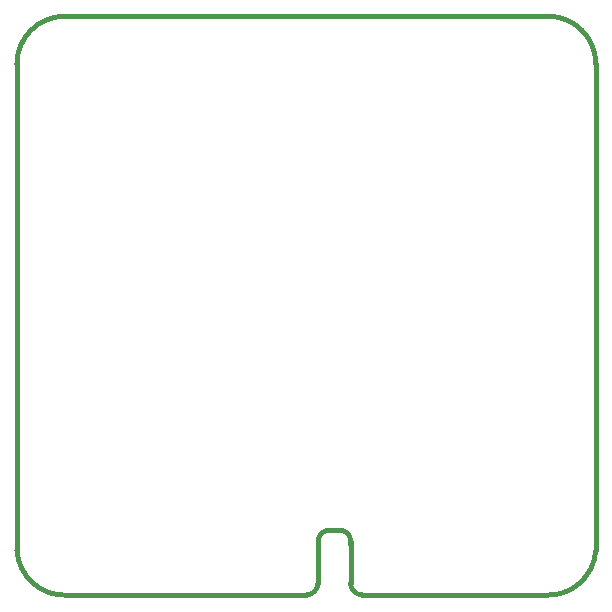
<source format=gbr>
G04 (created by PCBNEW (2013-07-07 BZR 4022)-stable) date 11/23/2014 11:30:57 PM*
%MOIN*%
G04 Gerber Fmt 3.4, Leading zero omitted, Abs format*
%FSLAX34Y34*%
G01*
G70*
G90*
G04 APERTURE LIST*
%ADD10C,0.00590551*%
%ADD11C,0.015*%
G04 APERTURE END LIST*
G54D10*
G54D11*
X32086Y-32874D02*
X32480Y-32874D01*
X32775Y-33365D02*
G75*
G03X32480Y-32873I-393J98D01*
G74*
G01*
X32086Y-32874D02*
G75*
G03X31692Y-33267I0J-393D01*
G74*
G01*
X32775Y-33267D02*
X32775Y-34645D01*
X31692Y-34645D02*
X31692Y-33267D01*
X31299Y-35039D02*
G75*
G03X31692Y-34645I0J393D01*
G74*
G01*
X32775Y-34645D02*
G75*
G03X33169Y-35039I393J0D01*
G74*
G01*
X39271Y-35039D02*
X33169Y-35039D01*
X23326Y-35039D02*
X31299Y-35039D01*
X40953Y-17348D02*
X40953Y-33548D01*
X23253Y-15748D02*
X39353Y-15748D01*
X21653Y-33548D02*
X21653Y-17348D01*
X21653Y-33548D02*
G75*
G03X23354Y-35047I1599J100D01*
G74*
G01*
X39252Y-35047D02*
G75*
G03X40953Y-33548I100J1599D01*
G74*
G01*
X40953Y-17348D02*
G75*
G03X39353Y-15748I-1600J0D01*
G74*
G01*
X23253Y-15748D02*
G75*
G03X21653Y-17348I0J-1600D01*
G74*
G01*
M02*

</source>
